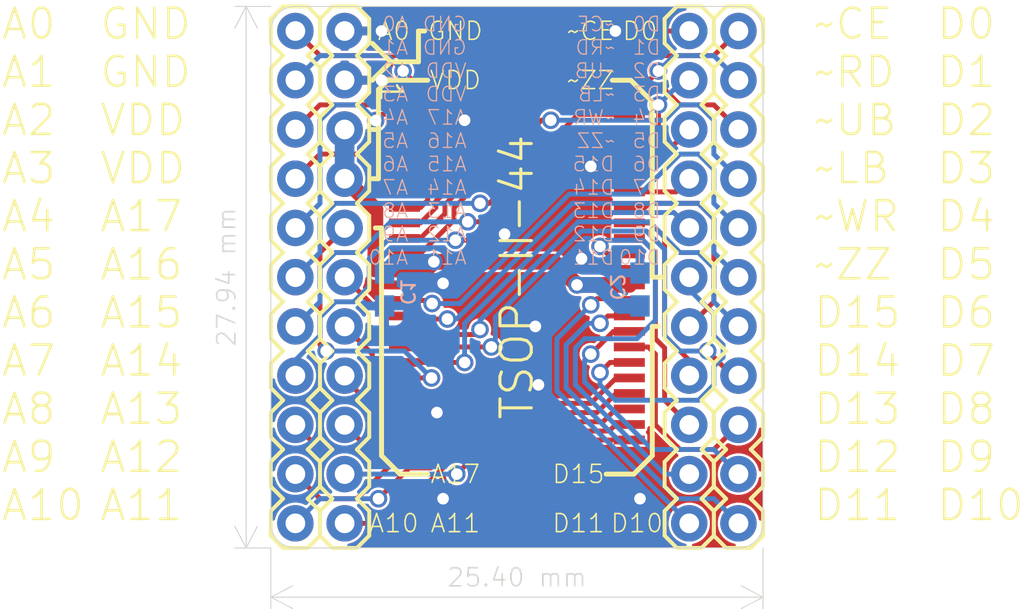
<source format=kicad_pcb>
(kicad_pcb (version 20241229) (generator "pcbnew") (generator_version "9.0")
  (layers (0 "F.Cu" signal) (2 "B.Cu" signal) (13 "F.Paste" user) (15 "B.Paste" user) (5 "F.SilkS" user "F.Silkscreen") (7 "B.SilkS" user "B.Silkscreen") (1 "F.Mask" user) (3 "B.Mask" user) (25 "Edge.Cuts" user))
  (net 0 "")
  (net 1 "GND")
  (net 2 "VDD")
  (net 3 "~{CE}")
  (net 4 "~{UB}")
  (net 5 "~{LB}")
  (net 6 "~{RD}")
  (net 7 "~{WR}")
  (net 8 "~{ZZ}")
  (net 9 "A0")
  (net 10 "A1")
  (net 11 "A2")
  (net 12 "A3")
  (net 13 "A4")
  (net 14 "A5")
  (net 15 "A6")
  (net 16 "A7")
  (net 17 "A8")
  (net 18 "A9")
  (net 19 "A10")
  (net 20 "A11")
  (net 21 "A12")
  (net 22 "A13")
  (net 23 "A14")
  (net 24 "A15")
  (net 25 "A16")
  (net 26 "A17")
  (net 27 "D0")
  (net 28 "D1")
  (net 29 "D2")
  (net 30 "D3")
  (net 31 "D4")
  (net 32 "D5")
  (net 33 "D6")
  (net 34 "D7")
  (net 35 "D8")
  (net 36 "D9")
  (net 37 "D10")
  (net 38 "D11")
  (net 39 "D12")
  (net 40 "D13")
  (net 41 "D14")
  (net 42 "D15")
  (footprint "TSOP-II-44_v3_E6.6:1X11" (layer "F.Cu") (at 137.0711 92.3036 -90)
    (property "Reference" "LEFT_OUTER0" (hide yes))
    (property "Value" "")
    (pad "1" thru_hole circle (at 0 0) (size 1.8796 1.8796) (drill 1.016) (layers "*.Cu" "*.Mask") (net 9 "A0"))
    (pad "2" thru_hole circle (at 2.54 0) (size 1.8796 1.8796) (drill 1.016) (layers "*.Cu" "*.Mask") (net 10 "A1"))
    (pad "3" thru_hole circle (at 5.08 0) (size 1.8796 1.8796) (drill 1.016) (layers "*.Cu" "*.Mask") (net 11 "A2"))
    (pad "4" thru_hole circle (at 7.62 0) (size 1.8796 1.8796) (drill 1.016) (layers "*.Cu" "*.Mask") (net 12 "A3"))
    (pad "5" thru_hole circle (at 10.16 0) (size 1.8796 1.8796) (drill 1.016) (layers "*.Cu" "*.Mask") (net 13 "A4"))
    (pad "6" thru_hole circle (at 12.7 0) (size 1.8796 1.8796) (drill 1.016) (layers "*.Cu" "*.Mask") (net 14 "A5"))
    (pad "7" thru_hole circle (at 15.24 0) (size 1.8796 1.8796) (drill 1.016) (layers "*.Cu" "*.Mask") (net 15 "A6"))
    (pad "8" thru_hole circle (at 17.78 0) (size 1.8796 1.8796) (drill 1.016) (layers "*.Cu" "*.Mask") (net 16 "A7"))
    (pad "9" thru_hole circle (at 20.32 0) (size 1.8796 1.8796) (drill 1.016) (layers "*.Cu" "*.Mask") (net 17 "A8"))
    (pad "10" thru_hole circle (at 22.86 0) (size 1.8796 1.8796) (drill 1.016) (layers "*.Cu" "*.Mask") (net 18 "A9"))
    (pad "11" thru_hole circle (at 25.4 0) (size 1.8796 1.8796) (drill 1.016) (layers "*.Cu" "*.Mask") (net 19 "A10"))
  )
  (footprint "TSOP-II-44_v3_E6.6:1X11" (layer "F.Cu") (at 159.9311 117.7036 90)
    (property "Reference" "RIGHT_OUTER0" (hide yes))
    (property "Value" "")
    (pad "1" thru_hole circle (at 0 0 180) (size 1.8796 1.8796) (drill 1.016) (layers "*.Cu" "*.Mask") (net 37 "D10"))
    (pad "2" thru_hole circle (at 2.54 0 180) (size 1.8796 1.8796) (drill 1.016) (layers "*.Cu" "*.Mask") (net 36 "D9"))
    (pad "3" thru_hole circle (at 5.08 0 180) (size 1.8796 1.8796) (drill 1.016) (layers "*.Cu" "*.Mask") (net 35 "D8"))
    (pad "4" thru_hole circle (at 7.62 0 180) (size 1.8796 1.8796) (drill 1.016) (layers "*.Cu" "*.Mask") (net 34 "D7"))
    (pad "5" thru_hole circle (at 10.16 0 180) (size 1.8796 1.8796) (drill 1.016) (layers "*.Cu" "*.Mask") (net 33 "D6"))
    (pad "6" thru_hole circle (at 12.7 0 180) (size 1.8796 1.8796) (drill 1.016) (layers "*.Cu" "*.Mask") (net 32 "D5"))
    (pad "7" thru_hole circle (at 15.24 0 180) (size 1.8796 1.8796) (drill 1.016) (layers "*.Cu" "*.Mask") (net 31 "D4"))
    (pad "8" thru_hole circle (at 17.78 0 180) (size 1.8796 1.8796) (drill 1.016) (layers "*.Cu" "*.Mask") (net 30 "D3"))
    (pad "9" thru_hole circle (at 20.32 0 180) (size 1.8796 1.8796) (drill 1.016) (layers "*.Cu" "*.Mask") (net 29 "D2"))
    (pad "10" thru_hole circle (at 22.86 0 180) (size 1.8796 1.8796) (drill 1.016) (layers "*.Cu" "*.Mask") (net 28 "D1"))
    (pad "11" thru_hole circle (at 25.4 0 180) (size 1.8796 1.8796) (drill 1.016) (layers "*.Cu" "*.Mask") (net 27 "D0"))
  )
  (footprint "TSOP-II-44_v3_E6.6:TSOPII-44" (layer "F.Cu") (at 148.5011 105.0036 -90)
    (property "Reference" "TSOP-II-44" (at 0 0 90) (layer "F.SilkS") (effects (font (size 1.61798 1.61798) (thickness 0.16002))))
    (property "Value" "")
    (fp_text user "1" (at -10.2013 7.15 270) (layer "F.SilkS") (effects (font (size 1.143 1.143) (thickness 0.127)) (justify left bottom)))
    (pad "1" smd rect (at -8.4 5.8 270) (size 0.45 1.6) (layers "F.Cu" "F.Mask" "F.Paste") (net 13 "A4"))
    (pad "2" smd rect (at -7.6 5.8 270) (size 0.45 1.6) (layers "F.Cu" "F.Mask" "F.Paste") (net 12 "A3"))
    (pad "3" smd rect (at -6.8 5.8 270) (size 0.45 1.6) (layers "F.Cu" "F.Mask" "F.Paste") (net 11 "A2"))
    (pad "4" smd rect (at -6 5.8 270) (size 0.45 1.6) (layers "F.Cu" "F.Mask" "F.Paste") (net 10 "A1"))
    (pad "5" smd rect (at -5.2 5.8 270) (size 0.45 1.6) (layers "F.Cu" "F.Mask" "F.Paste") (net 9 "A0"))
    (pad "6" smd rect (at -4.4 5.8 270) (size 0.45 1.6) (layers "F.Cu" "F.Mask" "F.Paste") (net 3 "~{CE}"))
    (pad "7" smd rect (at -3.6 5.8 270) (size 0.45 1.6) (layers "F.Cu" "F.Mask" "F.Paste") (net 27 "D0"))
    (pad "8" smd rect (at -2.8 5.8 270) (size 0.45 1.6) (layers "F.Cu" "F.Mask" "F.Paste") (net 28 "D1"))
    (pad "9" smd rect (at -2 5.8 270) (size 0.45 1.6) (layers "F.Cu" "F.Mask" "F.Paste") (net 29 "D2"))
    (pad "10" smd rect (at -1.2 5.8 270) (size 0.45 1.6) (layers "F.Cu" "F.Mask" "F.Paste") (net 30 "D3"))
    (pad "11" smd rect (at -0.4 5.8 270) (size 0.45 1.6) (layers "F.Cu" "F.Mask" "F.Paste") (net 2 "VDD"))
    (pad "12" smd rect (at 0.4 5.8 270) (size 0.45 1.6) (layers "F.Cu" "F.Mask" "F.Paste") (net 1 "GND"))
    (pad "13" smd rect (at 1.2 5.8 270) (size 0.45 1.6) (layers "F.Cu" "F.Mask" "F.Paste") (net 31 "D4"))
    (pad "14" smd rect (at 2 5.8 270) (size 0.45 1.6) (layers "F.Cu" "F.Mask" "F.Paste") (net 32 "D5"))
    (pad "15" smd rect (at 2.8 5.8 270) (size 0.45 1.6) (layers "F.Cu" "F.Mask" "F.Paste") (net 33 "D6"))
    (pad "16" smd rect (at 3.6 5.8 270) (size 0.45 1.6) (layers "F.Cu" "F.Mask" "F.Paste") (net 34 "D7"))
    (pad "17" smd rect (at 4.4 5.8 90) (size 0.45 1.6) (layers "F.Cu" "F.Mask" "F.Paste") (net 7 "~{WR}"))
    (pad "18" smd rect (at 5.2 5.8 90) (size 0.45 1.6) (layers "F.Cu" "F.Mask" "F.Paste") (net 26 "A17"))
    (pad "19" smd rect (at 6 5.8 90) (size 0.45 1.6) (layers "F.Cu" "F.Mask" "F.Paste") (net 25 "A16"))
    (pad "20" smd rect (at 6.8 5.8 90) (size 0.45 1.6) (layers "F.Cu" "F.Mask" "F.Paste") (net 24 "A15"))
    (pad "21" smd rect (at 7.6 5.8 90) (size 0.45 1.6) (layers "F.Cu" "F.Mask" "F.Paste") (net 23 "A14"))
    (pad "22" smd rect (at 8.4 5.8 90) (size 0.45 1.6) (layers "F.Cu" "F.Mask" "F.Paste") (net 22 "A13"))
    (pad "23" smd rect (at 8.4 -5.8 90) (size 0.45 1.6) (layers "F.Cu" "F.Mask" "F.Paste") (net 21 "A12"))
    (pad "24" smd rect (at 7.6 -5.8 90) (size 0.45 1.6) (layers "F.Cu" "F.Mask" "F.Paste") (net 20 "A11"))
    (pad "25" smd rect (at 6.8 -5.8 90) (size 0.45 1.6) (layers "F.Cu" "F.Mask" "F.Paste") (net 19 "A10"))
    (pad "26" smd rect (at 6 -5.8 90) (size 0.45 1.6) (layers "F.Cu" "F.Mask" "F.Paste") (net 18 "A9"))
    (pad "27" smd rect (at 5.2 -5.8 90) (size 0.45 1.6) (layers "F.Cu" "F.Mask" "F.Paste") (net 17 "A8"))
    (pad "28" smd rect (at 4.4 -5.8 90) (size 0.45 1.6) (layers "F.Cu" "F.Mask" "F.Paste") (net 8 "~{ZZ}"))
    (pad "29" smd rect (at 3.6 -5.8 90) (size 0.45 1.6) (layers "F.Cu" "F.Mask" "F.Paste") (net 35 "D8"))
    (pad "30" smd rect (at 2.8 -5.8 90) (size 0.45 1.6) (layers "F.Cu" "F.Mask" "F.Paste") (net 36 "D9"))
    (pad "31" smd rect (at 2 -5.8 90) (size 0.45 1.6) (layers "F.Cu" "F.Mask" "F.Paste") (net 37 "D10"))
    (pad "32" smd rect (at 1.2 -5.8 90) (size 0.45 1.6) (layers "F.Cu" "F.Mask" "F.Paste") (net 38 "D11"))
    (pad "33" smd rect (at 0.4 -5.8 90) (size 0.45 1.6) (layers "F.Cu" "F.Mask" "F.Paste") (net 2 "VDD"))
    (pad "34" smd rect (at -0.4 -5.8 90) (size 0.45 1.6) (layers "F.Cu" "F.Mask" "F.Paste") (net 1 "GND"))
    (pad "35" smd rect (at -1.2 -5.8 90) (size 0.45 1.6) (layers "F.Cu" "F.Mask" "F.Paste") (net 39 "D12"))
    (pad "36" smd rect (at -2 -5.8 90) (size 0.45 1.6) (layers "F.Cu" "F.Mask" "F.Paste") (net 40 "D13"))
    (pad "37" smd rect (at -2.8 -5.8 90) (size 0.45 1.6) (layers "F.Cu" "F.Mask" "F.Paste") (net 41 "D14"))
    (pad "38" smd rect (at -3.6 -5.8 90) (size 0.45 1.6) (layers "F.Cu" "F.Mask" "F.Paste") (net 42 "D15"))
    (pad "39" smd rect (at -4.4 -5.8 270) (size 0.45 1.6) (layers "F.Cu" "F.Mask" "F.Paste") (net 5 "~{LB}"))
    (pad "40" smd rect (at -5.2 -5.8 270) (size 0.45 1.6) (layers "F.Cu" "F.Mask" "F.Paste") (net 4 "~{UB}"))
    (pad "41" smd rect (at -6 -5.8 270) (size 0.45 1.6) (layers "F.Cu" "F.Mask" "F.Paste") (net 6 "~{RD}"))
    (pad "42" smd rect (at -6.8 -5.8 270) (size 0.45 1.6) (layers "F.Cu" "F.Mask" "F.Paste") (net 16 "A7"))
    (pad "43" smd rect (at -7.6 -5.8 270) (size 0.45 1.6) (layers "F.Cu" "F.Mask" "F.Paste") (net 15 "A6"))
    (pad "44" smd rect (at -8.4 -5.8 270) (size 0.45 1.6) (layers "F.Cu" "F.Mask" "F.Paste") (net 14 "A5"))
  )
  (footprint "TSOP-II-44_v3_E6.6:1X11" (layer "F.Cu") (at 157.3911 117.7036 90)
    (property "Reference" "RIGHT_INNER0" (hide yes))
    (property "Value" "")
    (pad "1" thru_hole circle (at 0 0 180) (size 1.8796 1.8796) (drill 1.016) (layers "*.Cu" "*.Mask") (net 38 "D11"))
    (pad "2" thru_hole circle (at 2.54 0 180) (size 1.8796 1.8796) (drill 1.016) (layers "*.Cu" "*.Mask") (net 39 "D12"))
    (pad "3" thru_hole circle (at 5.08 0 180) (size 1.8796 1.8796) (drill 1.016) (layers "*.Cu" "*.Mask") (net 40 "D13"))
    (pad "4" thru_hole circle (at 7.62 0 180) (size 1.8796 1.8796) (drill 1.016) (layers "*.Cu" "*.Mask") (net 41 "D14"))
    (pad "5" thru_hole circle (at 10.16 0 180) (size 1.8796 1.8796) (drill 1.016) (layers "*.Cu" "*.Mask") (net 42 "D15"))
    (pad "6" thru_hole circle (at 12.7 0 180) (size 1.8796 1.8796) (drill 1.016) (layers "*.Cu" "*.Mask") (net 8 "~{ZZ}"))
    (pad "7" thru_hole circle (at 15.24 0 180) (size 1.8796 1.8796) (drill 1.016) (layers "*.Cu" "*.Mask") (net 7 "~{WR}"))
    (pad "8" thru_hole circle (at 17.78 0 180) (size 1.8796 1.8796) (drill 1.016) (layers "*.Cu" "*.Mask") (net 5 "~{LB}"))
    (pad "9" thru_hole circle (at 20.32 0 180) (size 1.8796 1.8796) (drill 1.016) (layers "*.Cu" "*.Mask") (net 4 "~{UB}"))
    (pad "10" thru_hole circle (at 22.86 0 180) (size 1.8796 1.8796) (drill 1.016) (layers "*.Cu" "*.Mask") (net 6 "~{RD}"))
    (pad "11" thru_hole circle (at 25.4 0 180) (size 1.8796 1.8796) (drill 1.016) (layers "*.Cu" "*.Mask") (net 3 "~{CE}"))
  )
  (footprint "TSOP-II-44_v3_E6.6:1X11" (layer "F.Cu") (at 139.6111 92.3036 -90)
    (property "Reference" "LEFT_INNER0" (hide yes))
    (property "Value" "")
    (pad "1" thru_hole circle (at 0 0) (size 1.8796 1.8796) (drill 1.016) (layers "*.Cu" "*.Mask") (net 1 "GND"))
    (pad "2" thru_hole circle (at 2.54 0) (size 1.8796 1.8796) (drill 1.016) (layers "*.Cu" "*.Mask") (net 1 "GND"))
    (pad "3" thru_hole circle (at 5.08 0) (size 1.8796 1.8796) (drill 1.016) (layers "*.Cu" "*.Mask") (net 2 "VDD"))
    (pad "4" thru_hole circle (at 7.62 0) (size 1.8796 1.8796) (drill 1.016) (layers "*.Cu" "*.Mask") (net 2 "VDD"))
    (pad "5" thru_hole circle (at 10.16 0) (size 1.8796 1.8796) (drill 1.016) (layers "*.Cu" "*.Mask") (net 26 "A17"))
    (pad "6" thru_hole circle (at 12.7 0) (size 1.8796 1.8796) (drill 1.016) (layers "*.Cu" "*.Mask") (net 25 "A16"))
    (pad "7" thru_hole circle (at 15.24 0) (size 1.8796 1.8796) (drill 1.016) (layers "*.Cu" "*.Mask") (net 24 "A15"))
    (pad "8" thru_hole circle (at 17.78 0) (size 1.8796 1.8796) (drill 1.016) (layers "*.Cu" "*.Mask") (net 23 "A14"))
    (pad "9" thru_hole circle (at 20.32 0) (size 1.8796 1.8796) (drill 1.016) (layers "*.Cu" "*.Mask") (net 22 "A13"))
    (pad "10" thru_hole circle (at 22.86 0) (size 1.8796 1.8796) (drill 1.016) (layers "*.Cu" "*.Mask") (net 21 "A12"))
    (pad "11" thru_hole circle (at 25.4 0) (size 1.8796 1.8796) (drill 1.016) (layers "*.Cu" "*.Mask") (net 20 "A11"))
  )
  (footprint "TSOP-II-44_v3_E6.6:C603" (layer "B.Cu") (at 154.8511 105.6386 90)
    (property "Reference" "C2" (at -0.635 -1.5875 -90) (layer "B.SilkS") (effects (font (size 0.6985 0.6985) (thickness 0.1143)) (justify left bottom mirror)))
    (property "Value" "")
    (pad "1" smd rect (at -0.85 0 90) (size 1.1 1) (layers "B.Cu" "B.Mask" "B.Paste") (net 2 "VDD"))
    (pad "2" smd rect (at 0.85 0 90) (size 1.1 1) (layers "B.Cu" "B.Mask" "B.Paste") (net 1 "GND"))
  )
  (footprint "TSOP-II-44_v3_E6.6:C603" (layer "B.Cu") (at 141.67485 105.6386 -90)
    (property "Reference" "C1" (at -0.635 -1.5875 -90) (layer "B.SilkS") (effects (font (size 0.6985 0.6985) (thickness 0.1143)) (justify right top mirror)))
    (property "Value" "")
    (pad "1" smd rect (at -0.85 0 270) (size 1.1 1) (layers "B.Cu" "B.Mask" "B.Paste") (net 2 "VDD"))
    (pad "2" smd rect (at 0.85 0 270) (size 1.1 1) (layers "B.Cu" "B.Mask" "B.Paste") (net 1 "GND"))
  )
  (gr_line (start 155.4861 114.2111) (end 155.4861 107.5436) (stroke (width 0.254)) (layer "F.SilkS"))
  (gr_line (start 141.5161 114.2111) (end 141.5161 102.4636) (stroke (width 0.254)) (layer "F.SilkS"))
  (gr_line (start 154.5336 115.1636) (end 155.4861 114.2111) (stroke (width 0.254)) (layer "F.SilkS"))
  (gr_line (start 155.96235 105.0036) (end 155.4861 105.0036) (stroke (width 0.254)) (layer "F.SilkS"))
  (gr_line (start 141.03985 94.8436) (end 141.99235 93.8911) (stroke (width 0.254)) (layer "F.SilkS"))
  (gr_line (start 141.35735 97.3836) (end 141.35735 95.31985) (stroke (width 0.254)) (layer "F.SilkS"))
  (gr_line (start 141.03985 92.9386) (end 141.99235 93.8911) (stroke (width 0.254)) (layer "F.SilkS"))
  (gr_line (start 141.5161 102.4636) (end 141.1986 102.4636) (stroke (width 0.254)) (layer "F.SilkS"))
  (gr_line (start 155.4861 95.95485) (end 154.37485 94.8436) (stroke (width 0.254)) (layer "F.SilkS"))
  (gr_line (start 143.89735 115.1636) (end 142.4686 115.1636) (stroke (width 0.254)) (layer "F.SilkS"))
  (gr_line (start 155.4861 107.5436) (end 155.8036 107.5436) (stroke (width 0.254)) (layer "F.SilkS"))
  (gr_line (start 141.03985 99.9236) (end 141.35735 99.9236) (stroke (width 0.254)) (layer "F.SilkS"))
  (gr_line (start 141.03985 97.3836) (end 141.35735 97.3836) (stroke (width 0.254)) (layer "F.SilkS"))
  (gr_line (start 155.4861 105.0036) (end 155.4861 95.95485) (stroke (width 0.254)) (layer "F.SilkS"))
  (gr_line (start 141.99235 93.8911) (end 143.4211 93.8911) (stroke (width 0.254)) (layer "F.SilkS"))
  (gr_line (start 141.35735 95.31985) (end 141.8336 94.8436) (stroke (width 0.254)) (layer "F.SilkS"))
  (gr_line (start 141.8336 94.8436) (end 143.89735 94.8436) (stroke (width 0.254)) (layer "F.SilkS"))
  (gr_line (start 154.37485 94.8436) (end 153.42235 94.8436) (stroke (width 0.254)) (layer "F.SilkS"))
  (gr_line (start 143.4211 93.8911) (end 143.4211 92.3036) (stroke (width 0.254)) (layer "F.SilkS"))
  (gr_line (start 141.35735 99.9236) (end 141.35735 97.3836) (stroke (width 0.254)) (layer "F.SilkS"))
  (gr_line (start 153.10485 115.1636) (end 154.5336 115.1636) (stroke (width 0.254)) (layer "F.SilkS"))
  (gr_line (start 142.4686 115.1636) (end 141.5161 114.2111) (stroke (width 0.254)) (layer "F.SilkS"))
  (gr_line (start 143.4211 92.3036) (end 143.7386 92.3036) (stroke (width 0.254)) (layer "F.SilkS"))
  (gr_arc (start 135.8011 92.3036) (mid 136.173074 91.405574) (end 137.0711 91.0336) (stroke (width 0.05)) (layer "Edge.Cuts"))
  (gr_line (start 161.2011 117.7036) (end 161.2011 92.3036) (stroke (width 0.05)) (layer "Edge.Cuts"))
  (gr_line (start 159.9311 91.0336) (end 137.0711 91.0336) (stroke (width 0.05)) (layer "Edge.Cuts"))
  (gr_arc (start 137.0711 118.9736) (mid 136.173074 118.601626) (end 135.8011 117.7036) (stroke (width 0.05)) (layer "Edge.Cuts"))
  (gr_arc (start 159.9311 91.0336) (mid 160.829126 91.405574) (end 161.2011 92.3036) (stroke (width 0.05)) (layer "Edge.Cuts"))
  (gr_arc (start 161.2011 117.7036) (mid 160.829126 118.601626) (end 159.9311 118.9736) (stroke (width 0.05)) (layer "Edge.Cuts"))
  (gr_line (start 135.8011 92.3036) (end 135.8011 117.7036) (stroke (width 0.05)) (layer "Edge.Cuts"))
  (gr_line (start 137.0711 118.9736) (end 159.9311 118.9736) (stroke (width 0.05)) (layer "Edge.Cuts"))
  (gr_text "A10" (at 142.1511 117.7036 0) (layer "F.SilkS") (effects (font (size 0.93472 0.93472) (thickness 0.08128))))
  (gr_text "~CE" (at 152.3111 92.3036 0) (layer "F.SilkS") (effects (font (size 0.93472 0.93472) (thickness 0.08128))))
  (gr_text "VDD" (at 145.3261 94.8436 0) (layer "F.SilkS") (effects (font (size 0.93472 0.93472) (thickness 0.08128))))
  (gr_text "GND" (at 145.3261 92.3036 0) (layer "F.SilkS") (effects (font (size 0.93472 0.93472) (thickness 0.08128))))
  (gr_text "A11" (at 145.3261 117.7036 0) (layer "F.SilkS") (effects (font (size 0.93472 0.93472) (thickness 0.08128))))
  (gr_text "D11" (at 151.6761 117.7036 0) (layer "F.SilkS") (effects (font (size 0.93472 0.93472) (thickness 0.08128))))
  (gr_text "A0\nA1\nA2\nA3\nA4\nA5\nA6\nA7\nA8\nA9\nA10" (at 121.8311 91.0336 0) (layer "F.SilkS") (effects (font (size 1.542288 1.542288) (thickness 0.134112)) (justify left top)))
  (gr_text "D10" (at 154.69235 117.7036 0) (layer "F.SilkS") (effects (font (size 0.93472 0.93472) (thickness 0.08128))))
  (gr_text "A17" (at 145.3261 115.1636 0) (layer "F.SilkS") (effects (font (size 0.93472 0.93472) (thickness 0.08128))))
  (gr_text "GND\nGND\nVDD\nVDD\nA17\nA16\nA15\nA14\nA13\nA12\nA11" (at 126.9111 91.0336 0) (layer "F.SilkS") (effects (font (size 1.542288 1.542288) (thickness 0.134112)) (justify left top)))
  (gr_text "~CE\n~RD\n~UB\n~LB\n~WR\n~ZZ\nD15\nD14\nD13\nD12\nD11" (at 163.7411 91.0336 0) (layer "F.SilkS") (effects (font (size 1.542288 1.542288) (thickness 0.134112)) (justify left top)))
  (gr_text "D15" (at 151.6761 115.1636 0) (layer "F.SilkS") (effects (font (size 0.93472 0.93472) (thickness 0.08128))))
  (gr_text "D0\nD1\nD2\nD3\nD4\nD5\nD6\nD7\nD8\nD9\nD10" (at 170.0911 91.0336 0) (layer "F.SilkS") (effects (font (size 1.542288 1.542288) (thickness 0.134112)) (justify left top)))
  (gr_text "D0" (at 154.8511 92.3036 0) (layer "F.SilkS") (effects (font (size 0.93472 0.93472) (thickness 0.08128))))
  (gr_text "A0" (at 142.1511 92.3036 0) (layer "F.SilkS") (effects (font (size 0.93472 0.93472) (thickness 0.08128))))
  (gr_text "~ZZ" (at 152.3111 94.8436 0) (layer "F.SilkS") (effects (font (size 0.93472 0.93472) (thickness 0.08128))))
  (gr_text "GND\nGND\nVDD\nVDD\nA17\nA16\nA15\nA14\nA13\nA12\nA11" (at 145.9611 91.50985 -0) (layer "B.SilkS") (effects (font (size 0.747776 0.747776) (thickness 0.065024)) (justify left top mirror)))
  (gr_text "D0\nD1\nD2\nD3\nD4\nD5\nD6\nD7\nD8\nD9\nD10" (at 155.96235 91.50985 -0) (layer "B.SilkS") (effects (font (size 0.747776 0.747776) (thickness 0.065024)) (justify left top mirror)))
  (gr_text "A0\nA1\nA2\nA3\nA4\nA5\nA6\nA7\nA8\nA9\nA10" (at 142.94485 91.50985 -0) (layer "B.SilkS") (effects (font (size 0.747776 0.747776) (thickness 0.065024)) (justify left top mirror)))
  (gr_text "~CE\n~RD\n~UB\n~LB\n~WR\n~ZZ\nD15\nD14\nD13\nD12\nD11" (at 153.5811 91.50985 -0) (layer "B.SilkS") (effects (font (size 0.747776 0.747776) (thickness 0.065024)) (justify left top mirror)))
  (dimension (type aligned) (layer "Edge.Cuts") (pts (xy 135.8011 118.9736) (xy 135.8011 91.0336)) (height -1.27) (format (prefix "") (suffix "") (units 2) (units_format 1) (precision 2)) (style (thickness 0.05) (arrow_length 1.27) (text_position_mode 0) (arrow_direction outward) (extension_height 0.58642) (extension_offset 0) (keep_text_aligned yes)) (gr_text "27.94 mm" (at 133.5151 105.0036 90) (layer "Edge.Cuts") (effects (font (size 0.93472 0.93472) (thickness 0.08128)))))
  (dimension (type aligned) (layer "Edge.Cuts") (pts (xy 135.8011 118.9736) (xy 161.2011 118.9736)) (height 2.54) (format (prefix "") (suffix "") (units 2) (units_format 1) (precision 2)) (style (thickness 0.05) (arrow_length 1.27) (text_position_mode 0) (arrow_direction outward) (extension_height 0.58642) (extension_offset 0) (keep_text_aligned yes)) (gr_text "25.40 mm" (at 148.5011 120.4976 0) (layer "Edge.Cuts") (effects (font (size 0.93472 0.93472) (thickness 0.08128)))))
  (via (at 144.6911 116.4336) (size 0.9048) (drill 0.6) (layers "F.Cu" "B.Cu") (net 1))
  (via (at 154.8511 116.4336) (size 0.9048) (drill 0.6) (layers "F.Cu" "B.Cu") (net 1))
  (via (at 141.5161 94.8436) (size 0.9048) (drill 0.6) (layers "F.Cu" "B.Cu") (net 1))
  (via (at 149.61235 110.55985) (size 0.9048) (drill 0.6) (layers "F.Cu" "B.Cu") (net 1))
  (via (at 145.80235 96.90735) (size 0.9048) (drill 0.6) (layers "F.Cu" "B.Cu") (net 1))
  (via (at 141.5161 92.3036) (size 0.9048) (drill 0.6) (layers "F.Cu" "B.Cu") (net 1))
  (via (at 144.3736 111.9886) (size 0.9048) (drill 0.6) (layers "F.Cu" "B.Cu") (net 1))
  (via (at 144.6911 105.3211) (size 0.9048) (drill 0.6) (layers "F.Cu" "B.Cu") (net 1))
  (via (at 149.4536 107.5436) (size 0.9048) (drill 0.6) (layers "F.Cu" "B.Cu") (net 1))
  (via (at 153.5811 92.3036) (size 0.9048) (drill 0.6) (layers "F.Cu" "B.Cu") (net 1))
  (via (at 147.8661 102.7811) (size 0.9048) (drill 0.6) (layers "F.Cu" "B.Cu") (net 1))
  (via (at 151.83485 104.0511) (size 0.9048) (drill 0.6) (layers "F.Cu" "B.Cu") (net 1))
  (via (at 152.3111 99.2886) (size 0.9048) (drill 0.6) (layers "F.Cu" "B.Cu") (net 1))
  (segment (start 154.3011 105.4036) (end 151.59985 105.4036) (width 0.8128) (layer "F.Cu") (net 2))
  (segment (start 142.7011 104.6036) (end 143.8211 104.6036) (width 0.8128) (layer "F.Cu") (net 2))
  (segment (start 141.1986 101.5111) (end 139.6111 99.9236) (width 0.8128) (layer "F.Cu") (net 2))
  (segment (start 141.1986 104.6036) (end 142.7011 104.6036) (width 0.8128) (layer "F.Cu") (net 2))
  (segment (start 143.8211 104.6036) (end 144.21485 104.20985) (width 0.8128) (layer "F.Cu") (net 2))
  (segment (start 141.1986 104.6036) (end 141.1986 101.5111) (width 0.8128) (layer "F.Cu") (net 2))
  (segment (start 144.21485 104.20985) (end 150.4061 104.20985) (width 0.8128) (layer "F.Cu") (net 2))
  (segment (start 150.4061 104.20985) (end 151.59985 105.4036) (width 0.8128) (layer "F.Cu") (net 2))
  (via (at 144.21485 104.20985) (size 0.9048) (drill 0.6) (layers "F.Cu" "B.Cu") (net 2))
  (via (at 151.59985 105.4036) (size 0.9048) (drill 0.6) (layers "F.Cu" "B.Cu") (net 2))
  (segment (start 153.7961 106.4886) (end 152.7111 105.4036) (width 0.8128) (layer "B.Cu") (net 2))
  (segment (start 141.67485 104.7886) (end 142.2536 104.20985) (width 0.8128) (layer "B.Cu") (net 2))
  (segment (start 139.6111 97.3836) (end 139.6111 99.9236) (width 1.016) (layer "B.Cu") (net 2))
  (segment (start 152.7111 105.4036) (end 151.59985 105.4036) (width 0.8128) (layer "B.Cu") (net 2))
  (segment (start 142.2536 104.20985) (end 144.21485 104.20985) (width 0.8128) (layer "B.Cu") (net 2))
  (segment (start 154.8511 106.4886) (end 153.7961 106.4886) (width 0.8128) (layer "B.Cu") (net 2))
  (segment (start 154.5336 93.8911) (end 156.1211 92.3036) (width 0.254) (layer "F.Cu") (net 3))
  (segment (start 156.1211 92.3036) (end 157.3911 92.3036) (width 0.254) (layer "F.Cu") (net 3))
  (segment (start 142.7011 100.6036) (end 143.53485 100.6036) (width 0.254) (layer "F.Cu") (net 3))
  (segment (start 143.53485 100.6036) (end 150.24735 93.8911) (width 0.254) (layer "F.Cu") (net 3))
  (segment (start 150.24735 93.8911) (end 154.5336 93.8911) (width 0.254) (layer "F.Cu") (net 3))
  (segment (start 154.9711 99.8036) (end 157.3911 97.3836) (width 0.254) (layer "F.Cu") (net 4))
  (segment (start 154.3011 99.8036) (end 154.9711 99.8036) (width 0.254) (layer "F.Cu") (net 4))
  (segment (start 154.3011 100.6036) (end 156.7111 100.6036) (width 0.254) (layer "F.Cu") (net 5))
  (segment (start 156.7111 100.6036) (end 157.3911 99.9236) (width 0.254) (layer "F.Cu") (net 5))
  (segment (start 154.3011 99.0036) (end 155.1361 99.0036) (width 0.254) (layer "F.Cu") (net 6))
  (segment (start 155.8036 98.3361) (end 155.8036 96.1136) (width 0.254) (layer "F.Cu") (net 6))
  (segment (start 155.1361 99.0036) (end 155.8036 98.3361) (width 0.254) (layer "F.Cu") (net 6))
  (via (at 155.8036 96.1136) (size 0.9048) (drill 0.6) (layers "F.Cu" "B.Cu") (net 6))
  (segment (start 157.0736 94.8436) (end 157.3911 94.8436) (width 0.254) (layer "B.Cu") (net 6))
  (segment (start 155.8036 96.1136) (end 157.0736 94.8436) (width 0.254) (layer "B.Cu") (net 6))
  (segment (start 145.80235 109.4036) (end 142.7011 109.4036) (width 0.254) (layer "F.Cu") (net 7))
  (via (at 145.80235 109.4036) (size 0.9048) (drill 0.6) (layers "F.Cu" "B.Cu") (net 7))
  (segment (start 151.51735 101.66985) (end 145.80235 107.38485) (width 0.254) (layer "B.Cu") (net 7))
  (segment (start 145.80235 107.38485) (end 145.80235 109.4036) (width 0.254) (layer "B.Cu") (net 7))
  (segment (start 156.59735 101.66985) (end 157.3911 102.4636) (width 0.254) (layer "B.Cu") (net 7))
  (segment (start 151.51735 101.66985) (end 156.59735 101.66985) (width 0.254) (layer "B.Cu") (net 7))
  (segment (start 153.3086 109.4036) (end 152.78735 109.92485) (width 0.254) (layer "F.Cu") (net 8))
  (segment (start 154.3011 109.4036) (end 153.3086 109.4036) (width 0.254) (layer "F.Cu") (net 8))
  (via (at 152.78735 109.92485) (size 0.9048) (drill 0.6) (layers "F.Cu" "B.Cu") (net 8))
  (segment (start 153.5811 111.3536) (end 152.78735 110.55985) (width 0.254) (layer "B.Cu") (net 8))
  (segment (start 157.86735 111.3536) (end 153.5811 111.3536) (width 0.254) (layer "B.Cu") (net 8))
  (segment (start 158.6611 109.60735) (end 158.6611 110.55985) (width 0.254) (layer "B.Cu") (net 8))
  (segment (start 158.6611 110.55985) (end 157.86735 111.3536) (width 0.254) (layer "B.Cu") (net 8))
  (segment (start 157.3911 105.0036) (end 157.3911 105.6386) (width 0.254) (layer "B.Cu") (net 8))
  (segment (start 152.78735 110.55985) (end 152.78735 109.92485) (width 0.254) (layer "B.Cu") (net 8))
  (segment (start 159.13735 109.1311) (end 158.6611 109.60735) (width 0.254) (layer "B.Cu") (net 8))
  (segment (start 157.3911 105.6386) (end 158.6611 106.9086) (width 0.254) (layer "B.Cu") (net 8))
  (segment (start 159.13735 108.4961) (end 159.13735 109.1311) (width 0.254) (layer "B.Cu") (net 8))
  (segment (start 158.6611 108.01985) (end 159.13735 108.4961) (width 0.254) (layer "B.Cu") (net 8))
  (segment (start 158.6611 106.9086) (end 158.6611 108.01985) (width 0.254) (layer "B.Cu") (net 8))
  (segment (start 138.3411 93.5736) (end 137.0711 92.3036) (width 0.254) (layer "F.Cu") (net 9))
  (segment (start 142.94485 93.5736) (end 138.3411 93.5736) (width 0.254) (layer "F.Cu") (net 9))
  (segment (start 143.5411 99.8036) (end 144.84985 98.49485) (width 0.254) (layer "F.Cu") (net 9))
  (segment (start 142.94485 93.5736) (end 144.84985 95.4786) (width 0.254) (layer "F.Cu") (net 9))
  (segment (start 142.7011 99.8036) (end 143.5411 99.8036) (width 0.254) (layer "F.Cu") (net 9))
  (segment (start 144.84985 95.4786) (end 144.84985 98.49485) (width 0.254) (layer "F.Cu") (net 9))
  (segment (start 142.7011 99.0036) (end 143.7061 99.0036) (width 0.254) (layer "F.Cu") (net 10))
  (segment (start 144.3736 96.1136) (end 142.62735 94.36735) (width 0.254) (layer "F.Cu") (net 10))
  (segment (start 144.3736 98.3361) (end 144.3736 96.1136) (width 0.254) (layer "F.Cu") (net 10))
  (segment (start 143.7061 99.0036) (end 144.3736 98.3361) (width 0.254) (layer "F.Cu") (net 10))
  (via (at 142.62735 94.36735) (size 0.9048) (drill 0.6) (layers "F.Cu" "B.Cu") (net 10))
  (segment (start 142.62735 94.36735) (end 141.8336 93.5736) (width 0.254) (layer "B.Cu") (net 10))
  (segment (start 141.8336 93.5736) (end 138.3411 93.5736) (width 0.254) (layer "B.Cu") (net 10))
  (segment (start 138.3411 93.5736) (end 137.0711 94.8436) (width 0.254) (layer "B.Cu") (net 10))
  (segment (start 143.7386 96.1136) (end 143.89735 96.27235) (width 0.254) (layer "F.Cu") (net 11))
  (segment (start 143.71235 98.2036) (end 143.89735 98.0186) (width 0.254) (layer "F.Cu") (net 11))
  (segment (start 137.0711 97.3836) (end 138.3411 96.1136) (width 0.254) (layer "F.Cu") (net 11))
  (segment (start 142.7011 98.2036) (end 143.71235 98.2036) (width 0.254) (layer "F.Cu") (net 11))
  (segment (start 143.89735 98.0186) (end 143.89735 96.27235) (width 0.254) (layer "F.Cu") (net 11))
  (segment (start 138.3411 96.1136) (end 143.7386 96.1136) (width 0.254) (layer "F.Cu") (net 11))
  (segment (start 142.7011 97.4036) (end 141.97235 97.4036) (width 0.254) (layer "F.Cu") (net 12))
  (segment (start 138.3411 98.6536) (end 140.72235 98.6536) (width 0.254) (layer "F.Cu") (net 12))
  (segment (start 137.0711 99.9236) (end 138.3411 98.6536) (width 0.254) (layer "F.Cu") (net 12))
  (segment (start 141.97235 97.4036) (end 140.72235 98.6536) (width 0.254) (layer "F.Cu") (net 12))
  (segment (start 141.52985 96.6036) (end 141.21235 96.9211) (width 0.254) (layer "F.Cu") (net 13))
  (segment (start 142.7011 96.6036) (end 141.52985 96.6036) (width 0.254) (layer "F.Cu") (net 13))
  (via (at 141.21235 96.9211) (size 0.9048) (drill 0.6) (layers "F.Cu" "B.Cu") (net 13))
  (segment (start 139.13485 96.1136) (end 140.40485 96.1136) (width 0.254) (layer "B.Cu") (net 13))
  (segment (start 137.0711 102.4636) (end 138.3411 101.1936) (width 0.254) (layer "B.Cu") (net 13))
  (segment (start 138.3411 96.90735) (end 139.13485 96.1136) (width 0.254) (layer "B.Cu") (net 13))
  (segment (start 138.3411 101.1936) (end 138.3411 96.90735) (width 0.254) (layer "B.Cu") (net 13))
  (segment (start 140.40485 96.1136) (end 141.21235 96.9211) (width 0.254) (layer "B.Cu") (net 13))
  (segment (start 151.66235 96.6036) (end 154.3011 96.6036) (width 0.254) (layer "F.Cu") (net 14))
  (segment (start 147.07235 101.1936) (end 146.5961 101.1936) (width 0.254) (layer "F.Cu") (net 14))
  (segment (start 151.66235 96.6036) (end 147.07235 101.1936) (width 0.254) (layer "F.Cu") (net 14))
  (via (at 146.5961 101.1936) (size 0.9048) (drill 0.6) (layers "F.Cu" "B.Cu") (net 14))
  (segment (start 138.3411 103.7336) (end 138.3411 101.98735) (width 0.254) (layer "B.Cu") (net 14))
  (segment (start 138.3411 101.98735) (end 139.13485 101.1936) (width 0.254) (layer "B.Cu") (net 14))
  (segment (start 137.0711 105.0036) (end 138.3411 103.7336) (width 0.254) (layer "B.Cu") (net 14))
  (segment (start 139.13485 101.1936) (end 146.5961 101.1936) (width 0.254) (layer "B.Cu") (net 14))
  (segment (start 146.75485 102.1461) (end 145.9611 102.1461) (width 0.254) (layer "F.Cu") (net 15))
  (segment (start 151.49735 97.4036) (end 154.3011 97.4036) (width 0.254) (layer "F.Cu") (net 15))
  (segment (start 151.49735 97.4036) (end 146.75485 102.1461) (width 0.254) (layer "F.Cu") (net 15))
  (via (at 145.9611 102.1461) (size 0.9048) (drill 0.6) (layers "F.Cu" "B.Cu") (net 15))
  (segment (start 141.99235 102.1461) (end 145.9611 102.1461) (width 0.254) (layer "B.Cu") (net 15))
  (segment (start 140.40485 103.7336) (end 141.99235 102.1461) (width 0.254) (layer "B.Cu") (net 15))
  (segment (start 138.3411 106.2736) (end 138.3411 104.52735) (width 0.254) (layer "B.Cu") (net 15))
  (segment (start 138.3411 104.52735) (end 139.13485 103.7336) (width 0.254) (layer "B.Cu") (net 15))
  (segment (start 137.0711 107.5436) (end 138.3411 106.2736) (width 0.254) (layer "B.Cu") (net 15))
  (segment (start 139.13485 103.7336) (end 140.40485 103.7336) (width 0.254) (layer "B.Cu") (net 15))
  (segment (start 146.43735 103.0986) (end 145.3261 103.0986) (width 0.254) (layer "F.Cu") (net 16))
  (segment (start 151.33235 98.2036) (end 154.3011 98.2036) (width 0.254) (layer "F.Cu") (net 16))
  (segment (start 151.33235 98.2036) (end 146.43735 103.0986) (width 0.254) (layer "F.Cu") (net 16))
  (via (at 145.3261 103.0986) (size 0.9048) (drill 0.6) (layers "F.Cu" "B.Cu") (net 16))
  (segment (start 138.3411 108.01985) (end 137.0711 109.28985) (width 0.254) (layer "B.Cu") (net 16))
  (segment (start 140.8811 104.0511) (end 141.8336 103.0986) (width 0.254) (layer "B.Cu") (net 16))
  (segment (start 139.13485 106.2736) (end 140.08735 106.2736) (width 0.254) (layer "B.Cu") (net 16))
  (segment (start 141.8336 103.0986) (end 145.3261 103.0986) (width 0.254) (layer "B.Cu") (net 16))
  (segment (start 137.0711 109.28985) (end 137.0711 110.0836) (width 0.254) (layer "B.Cu") (net 16))
  (segment (start 140.8811 105.47985) (end 140.8811 104.0511) (width 0.254) (layer "B.Cu") (net 16))
  (segment (start 138.3411 107.06735) (end 138.3411 108.01985) (width 0.254) (layer "B.Cu") (net 16))
  (segment (start 140.08735 106.2736) (end 140.8811 105.47985) (width 0.254) (layer "B.Cu") (net 16))
  (segment (start 138.3411 107.06735) (end 139.13485 106.2736) (width 0.254) (layer "B.Cu") (net 16))
  (segment (start 154.3011 110.2036) (end 153.61985 110.2036) (width 0.254) (layer "F.Cu") (net 17))
  (segment (start 146.11985 111.51235) (end 143.7386 113.8936) (width 0.254) (layer "F.Cu") (net 17))
  (segment (start 153.61985 110.2036) (end 152.3111 111.51235) (width 0.254) (layer "F.Cu") (net 17))
  (segment (start 152.3111 111.51235) (end 146.11985 111.51235) (width 0.254) (layer "F.Cu") (net 17))
  (segment (start 143.7386 113.8936) (end 138.3411 113.8936) (width 0.254) (layer "F.Cu") (net 17))
  (segment (start 138.3411 113.8936) (end 137.0711 112.6236) (width 0.254) (layer "F.Cu") (net 17))
  (segment (start 138.3411 116.4336) (end 137.0711 115.1636) (width 0.254) (layer "F.Cu") (net 18))
  (segment (start 146.2786 111.9886) (end 143.89735 114.36985) (width 0.254) (layer "F.Cu") (net 18))
  (segment (start 140.2461 116.4336) (end 138.3411 116.4336) (width 0.254) (layer "F.Cu") (net 18))
  (segment (start 142.30985 114.36985) (end 140.2461 116.4336) (width 0.254) (layer "F.Cu") (net 18))
  (segment (start 154.3011 111.0036) (end 153.6136 111.0036) (width 0.254) (layer "F.Cu") (net 18))
  (segment (start 143.89735 114.36985) (end 142.30985 114.36985) (width 0.254) (layer "F.Cu") (net 18))
  (segment (start 153.6136 111.0036) (end 152.6286 111.9886) (width 0.254) (layer "F.Cu") (net 18))
  (segment (start 152.6286 111.9886) (end 146.2786 111.9886) (width 0.254) (layer "F.Cu") (net 18))
  (segment (start 144.0561 114.8461) (end 142.94485 114.8461) (width 0.254) (layer "F.Cu") (net 19))
  (segment (start 152.9461 112.46485) (end 146.43735 112.46485) (width 0.254) (layer "F.Cu") (net 19))
  (segment (start 154.3011 111.8036) (end 153.60735 111.8036) (width 0.254) (layer "F.Cu") (net 19))
  (segment (start 142.94485 114.8461) (end 141.35735 116.4336) (width 0.254) (layer "F.Cu") (net 19))
  (segment (start 153.60735 111.8036) (end 152.9461 112.46485) (width 0.254) (layer "F.Cu") (net 19))
  (segment (start 146.43735 112.46485) (end 144.0561 114.8461) (width 0.254) (layer "F.Cu") (net 19))
  (via (at 141.35735 116.4336) (size 0.9048) (drill 0.6) (layers "F.Cu" "B.Cu") (net 19))
  (segment (start 141.35735 116.4336) (end 138.3411 116.4336) (width 0.254) (layer "B.Cu") (net 19))
  (segment (start 138.3411 116.4336) (end 137.0711 117.7036) (width 0.254) (layer "B.Cu") (net 19))
  (segment (start 154.3011 112.6036) (end 153.6011 112.6036) (width 0.254) (layer "F.Cu") (net 20))
  (segment (start 139.6111 117.7036) (end 141.8336 117.7036) (width 0.254) (layer "F.Cu") (net 20))
  (segment (start 141.8336 117.7036) (end 146.5961 112.9411) (width 0.254) (layer "F.Cu") (net 20))
  (segment (start 146.5961 112.9411) (end 153.2636 112.9411) (width 0.254) (layer "F.Cu") (net 20))
  (segment (start 154.2811 112.6236) (end 154.3011 112.6036) (width 0.254) (layer "F.Cu") (net 20))
  (segment (start 153.6011 112.6036) (end 153.2636 112.9411) (width 0.254) (layer "F.Cu") (net 20))
  (segment (start 154.3011 113.4036) (end 147.15735 113.4036) (width 0.254) (layer "F.Cu") (net 21))
  (segment (start 147.15735 113.4036) (end 145.39735 115.1636) (width 0.254) (layer "F.Cu") (net 21))
  (via (at 145.39735 115.1636) (size 0.9048) (drill 0.6) (layers "F.Cu" "B.Cu") (net 21))
  (segment (start 145.39735 115.1636) (end 139.6111 115.1636) (width 0.254) (layer "B.Cu") (net 21))
  (segment (start 142.7011 113.4036) (end 140.3911 113.4036) (width 0.254) (layer "F.Cu") (net 22))
  (segment (start 140.3911 113.4036) (end 139.6111 112.6236) (width 0.254) (layer "F.Cu") (net 22))
  (segment (start 142.7011 112.6036) (end 141.97235 112.6036) (width 0.254) (layer "F.Cu") (net 23))
  (segment (start 139.6111 110.24235) (end 139.6111 110.0836) (width 0.254) (layer "F.Cu") (net 23))
  (segment (start 141.97235 112.6036) (end 139.6111 110.24235) (width 0.254) (layer "F.Cu") (net 23))
  (segment (start 141.03985 111.0361) (end 141.03985 108.97235) (width 0.254) (layer "F.Cu") (net 24))
  (segment (start 141.80735 111.8036) (end 141.03985 111.0361) (width 0.254) (layer "F.Cu") (net 24))
  (segment (start 142.7011 111.8036) (end 141.80735 111.8036) (width 0.254) (layer "F.Cu") (net 24))
  (segment (start 141.03985 108.97235) (end 139.6111 107.5436) (width 0.254) (layer "F.Cu") (net 24))
  (segment (start 141.5161 106.9086) (end 139.6111 105.0036) (width 0.254) (layer "F.Cu") (net 25))
  (segment (start 142.7011 111.0036) (end 141.64235 111.0036) (width 0.254) (layer "F.Cu") (net 25))
  (segment (start 141.64235 111.0036) (end 141.5161 110.87735) (width 0.254) (layer "F.Cu") (net 25))
  (segment (start 141.5161 110.87735) (end 141.5161 106.9086) (width 0.254) (layer "F.Cu") (net 25))
  (segment (start 138.3411 108.4961) (end 138.6586 108.8136) (width 0.254) (layer "F.Cu") (net 26))
  (segment (start 142.7011 110.2036) (end 144.09485 110.2036) (width 0.254) (layer "F.Cu") (net 26))
  (segment (start 139.6111 102.4636) (end 138.3411 103.7336) (width 0.254) (layer "F.Cu") (net 26))
  (segment (start 138.3411 103.7336) (end 138.3411 108.4961) (width 0.254) (layer "F.Cu") (net 26))
  (via (at 138.6586 108.8136) (size 0.9048) (drill 0.6) (layers "F.Cu" "B.Cu") (net 26))
  (via (at 144.09485 110.2036) (size 0.9048) (drill 0.6) (layers "F.Cu" "B.Cu") (net 26))
  (segment (start 142.70485 108.8136) (end 144.09485 110.2036) (width 0.254) (layer "B.Cu") (net 26))
  (segment (start 138.6586 108.8136) (end 142.70485 108.8136) (width 0.254) (layer "B.Cu") (net 26))
  (segment (start 154.69235 94.36735) (end 155.4861 93.5736) (width 0.254) (layer "F.Cu") (net 27))
  (segment (start 150.4061 94.36735) (end 154.69235 94.36735) (width 0.254) (layer "F.Cu") (net 27))
  (segment (start 143.89735 100.8761) (end 143.89735 101.03485) (width 0.254) (layer "F.Cu") (net 27))
  (segment (start 159.9311 92.3036) (end 158.6611 93.5736) (width 0.254) (layer "F.Cu") (net 27))
  (segment (start 150.4061 94.36735) (end 143.89735 100.8761) (width 0.254) (layer "F.Cu") (net 27))
  (segment (start 143.5286 101.4036) (end 142.7011 101.4036) (width 0.254) (layer "F.Cu") (net 27))
  (segment (start 143.89735 101.03485) (end 143.5286 101.4036) (width 0.254) (layer "F.Cu") (net 27))
  (segment (start 155.4861 93.5736) (end 158.6611 93.5736) (width 0.254) (layer "F.Cu") (net 27))
  (segment (start 155.32735 94.8436) (end 155.8036 94.36735) (width 0.254) (layer "F.Cu") (net 28))
  (segment (start 144.3161 101.40985) (end 144.3161 101.09235) (width 0.254) (layer "F.Cu") (net 28))
  (segment (start 150.56485 94.8436) (end 144.3161 101.09235) (width 0.254) (layer "F.Cu") (net 28))
  (segment (start 150.56485 94.8436) (end 155.32735 94.8436) (width 0.254) (layer "F.Cu") (net 28))
  (segment (start 143.52235 102.2036) (end 144.3161 101.40985) (width 0.254) (layer "F.Cu") (net 28))
  (segment (start 143.52235 102.2036) (end 142.7011 102.2036) (width 0.254) (layer "F.Cu") (net 28))
  (via (at 155.8036 94.36735) (size 0.9048) (drill 0.6) (layers "F.Cu" "B.Cu") (net 28))
  (segment (start 158.6611 93.5736) (end 159.9311 94.8436) (width 0.254) (layer "B.Cu") (net 28))
  (segment (start 155.8036 94.36735) (end 156.59735 93.5736) (width 0.254) (layer "B.Cu") (net 28))
  (segment (start 156.59735 93.5736) (end 158.6611 93.5736) (width 0.254) (layer "B.Cu") (net 28))
  (segment (start 156.1211 95.31985) (end 150.7236 95.31985) (width 0.254) (layer "F.Cu") (net 29))
  (segment (start 158.6611 96.1136) (end 159.9311 97.3836) (width 0.254) (layer "F.Cu") (net 29))
  (segment (start 156.91485 96.1136) (end 156.1211 95.31985) (width 0.254) (layer "F.Cu") (net 29))
  (segment (start 158.6611 96.1136) (end 156.91485 96.1136) (width 0.254) (layer "F.Cu") (net 29))
  (segment (start 144.7861 101.7336) (end 144.7861 101.25735) (width 0.254) (layer "F.Cu") (net 29))
  (segment (start 150.7236 95.31985) (end 144.7861 101.25735) (width 0.254) (layer "F.Cu") (net 29))
  (segment (start 144.7861 101.7336) (end 143.5161 103.0036) (width 0.254) (layer "F.Cu") (net 29))
  (segment (start 143.5161 103.0036) (end 142.7011 103.0036) (width 0.254) (layer "F.Cu") (net 29))
  (segment (start 145.2561 102.05735) (end 143.50985 103.8036) (width 0.254) (layer "F.Cu") (net 30))
  (segment (start 145.2561 101.42235) (end 145.2561 102.05735) (width 0.254) (layer "F.Cu") (net 30))
  (segment (start 143.50985 103.8036) (end 142.7011 103.8036) (width 0.254) (layer "F.Cu") (net 30))
  (segment (start 145.2561 101.42235) (end 149.7711 96.90735) (width 0.254) (layer "F.Cu") (net 30))
  (segment (start 149.7711 96.90735) (end 150.24735 96.90735) (width 0.254) (layer "F.Cu") (net 30))
  (via (at 150.24735 96.90735) (size 0.9048) (drill 0.6) (layers "F.Cu" "B.Cu") (net 30))
  (segment (start 158.6611 98.6536) (end 158.6611 96.90735) (width 0.254) (layer "B.Cu") (net 30))
  (segment (start 156.91485 96.1136) (end 156.1211 96.90735) (width 0.254) (layer "B.Cu") (net 30))
  (segment (start 159.9311 99.9236) (end 158.6611 98.6536) (width 0.254) (layer "B.Cu") (net 30))
  (segment (start 157.86735 96.1136) (end 156.91485 96.1136) (width 0.254) (layer "B.Cu") (net 30))
  (segment (start 158.6611 96.90735) (end 157.86735 96.1136) (width 0.254) (layer "B.Cu") (net 30))
  (segment (start 156.1211 96.90735) (end 150.24735 96.90735) (width 0.254) (layer "B.Cu") (net 30))
  (segment (start 143.96735 106.2036) (end 144.1261 106.36235) (width 0.254) (layer "F.Cu") (net 31))
  (segment (start 142.7011 106.2036) (end 143.96735 106.2036) (width 0.254) (layer "F.Cu") (net 31))
  (via (at 144.1261 106.36235) (size 0.9048) (drill 0.6) (layers "F.Cu" "B.Cu") (net 31))
  (segment (start 145.55485 106.36235) (end 144.1261 106.36235) (width 0.254) (layer "B.Cu") (net 31))
  (segment (start 156.91485 98.6536) (end 154.8511 100.71735) (width 0.254) (layer "B.Cu") (net 31))
  (segment (start 157.86735 98.6536) (end 156.91485 98.6536) (width 0.254) (layer "B.Cu") (net 31))
  (segment (start 158.6611 101.1936) (end 158.6611 99.44735) (width 0.254) (layer "B.Cu") (net 31))
  (segment (start 158.6611 99.44735) (end 157.86735 98.6536) (width 0.254) (layer "B.Cu") (net 31))
  (segment (start 151.19985 100.71735) (end 145.55485 106.36235) (width 0.254) (layer "B.Cu") (net 31))
  (segment (start 154.8511 100.71735) (end 151.19985 100.71735) (width 0.254) (layer "B.Cu") (net 31))
  (segment (start 159.9311 102.4636) (end 158.6611 101.1936) (width 0.254) (layer "B.Cu") (net 31))
  (segment (start 142.85985 107.16235) (end 144.9136 107.16235) (width 0.254) (layer "F.Cu") (net 32))
  (segment (start 142.7011 107.0036) (end 142.85985 107.16235) (width 0.254) (layer "F.Cu") (net 32))
  (via (at 144.9136 107.16235) (size 0.9048) (drill 0.6) (layers "F.Cu" "B.Cu") (net 32))
  (segment (start 151.3586 101.1936) (end 145.38985 107.16235) (width 0.254) (layer "B.Cu") (net 32))
  (segment (start 158.6611 103.7336) (end 158.6611 101.98735) (width 0.254) (layer "B.Cu") (net 32))
  (segment (start 158.6611 101.98735) (end 157.86735 101.1936) (width 0.254) (layer "B.Cu") (net 32))
  (segment (start 157.86735 101.1936) (end 151.3586 101.1936) (width 0.254) (layer "B.Cu") (net 32))
  (segment (start 159.9311 105.0036) (end 158.6611 103.7336) (width 0.254) (layer "B.Cu") (net 32))
  (segment (start 145.38985 107.16235) (end 144.9136 107.16235) (width 0.254) (layer "B.Cu") (net 32))
  (segment (start 143.6811 107.96235) (end 146.3361 107.96235) (width 0.254) (layer "F.Cu") (net 33))
  (segment (start 146.3361 107.96235) (end 146.5961 107.70235) (width 0.254) (layer "F.Cu") (net 33))
  (segment (start 142.7011 107.8036) (end 143.52235 107.8036) (width 0.254) (layer "F.Cu") (net 33))
  (segment (start 143.52235 107.8036) (end 143.6811 107.96235) (width 0.254) (layer "F.Cu") (net 33))
  (via (at 146.5961 107.70235) (size 0.9048) (drill 0.6) (layers "F.Cu" "B.Cu") (net 33))
  (segment (start 157.86735 103.7336) (end 156.91485 103.7336) (width 0.254) (layer "B.Cu") (net 33))
  (segment (start 158.6611 106.2736) (end 158.6611 104.52735) (width 0.254) (layer "B.Cu") (net 33))
  (segment (start 158.6611 104.52735) (end 157.86735 103.7336) (width 0.254) (layer "B.Cu") (net 33))
  (segment (start 151.6761 102.1461) (end 146.5961 107.2261) (width 0.254) (layer "B.Cu") (net 33))
  (segment (start 155.32735 102.1461) (end 151.6761 102.1461) (width 0.254) (layer "B.Cu") (net 33))
  (segment (start 159.9311 107.5436) (end 158.6611 106.2736) (width 0.254) (layer "B.Cu") (net 33))
  (segment (start 156.91485 103.7336) (end 155.32735 102.1461) (width 0.254) (layer "B.Cu") (net 33))
  (segment (start 146.5961 107.2261) (end 146.5961 107.70235) (width 0.254) (layer "B.Cu") (net 33))
  (segment (start 159.6136 110.0836) (end 158.3436 108.8136) (width 0.254) (layer "F.Cu") (net 34))
  (segment (start 147.17985 108.6036) (end 142.7011 108.6036) (width 0.254) (layer "F.Cu") (net 34))
  (segment (start 159.9311 110.0836) (end 159.6136 110.0836) (width 0.254) (layer "F.Cu") (net 34))
  (via (at 158.3436 108.8136) (size 0.9048) (drill 0.6) (layers "F.Cu" "B.Cu") (net 34))
  (via (at 147.17985 108.6036) (size 0.9048) (drill 0.6) (layers "F.Cu" "B.Cu") (net 34))
  (segment (start 156.91485 108.8136) (end 156.1211 108.01985) (width 0.254) (layer "B.Cu") (net 34))
  (segment (start 156.1211 108.01985) (end 156.1211 103.57485) (width 0.254) (layer "B.Cu") (net 34))
  (segment (start 147.38985 108.3936) (end 147.17985 108.6036) (width 0.254) (layer "B.Cu") (net 34))
  (segment (start 147.38985 107.06735) (end 147.38985 108.3936) (width 0.254) (layer "B.Cu") (net 34))
  (segment (start 156.1211 103.57485) (end 155.1686 102.62235) (width 0.254) (layer "B.Cu") (net 34))
  (segment (start 155.1686 102.62235) (end 151.83485 102.62235) (width 0.254) (layer "B.Cu") (net 34))
  (segment (start 158.3436 108.8136) (end 156.91485 108.8136) (width 0.254) (layer "B.Cu") (net 34))
  (segment (start 151.83485 102.62235) (end 147.38985 107.06735) (width 0.254) (layer "B.Cu") (net 34))
  (segment (start 156.91485 113.8936) (end 158.6611 113.8936) (width 0.254) (layer "F.Cu") (net 35))
  (segment (start 155.2761 108.6036) (end 155.64485 108.97235) (width 0.254) (layer "F.Cu") (net 35))
  (segment (start 154.3011 108.6036) (end 155.2761 108.6036) (width 0.254) (layer "F.Cu") (net 35))
  (segment (start 155.64485 108.97235) (end 155.64485 112.6236) (width 0.254) (layer "F.Cu") (net 35))
  (segment (start 158.6611 113.8936) (end 159.9311 112.6236) (width 0.254) (layer "F.Cu") (net 35))
  (segment (start 155.64485 112.6236) (end 156.91485 113.8936) (width 0.254) (layer "F.Cu") (net 35))
  (segment (start 153.47985 107.8036) (end 152.3111 108.97235) (width 0.254) (layer "F.Cu") (net 36))
  (segment (start 154.3011 107.8036) (end 153.47985 107.8036) (width 0.254) (layer "F.Cu") (net 36))
  (via (at 152.3111 108.97235) (size 0.9048) (drill 0.6) (layers "F.Cu" "B.Cu") (net 36))
  (segment (start 151.9936 110.4011) (end 151.9936 109.28985) (width 0.254) (layer "B.Cu") (net 36))
  (segment (start 158.6611 113.8936) (end 155.4861 113.8936) (width 0.254) (layer "B.Cu") (net 36))
  (segment (start 159.9311 115.1636) (end 158.6611 113.8936) (width 0.254) (layer "B.Cu") (net 36))
  (segment (start 151.9936 109.28985) (end 152.3111 108.97235) (width 0.254) (layer "B.Cu") (net 36))
  (segment (start 155.4861 113.8936) (end 151.9936 110.4011) (width 0.254) (layer "B.Cu") (net 36))
  (segment (start 153.19985 107.0036) (end 152.78735 107.38485) (width 0.254) (layer "F.Cu") (net 37))
  (segment (start 154.3011 107.0036) (end 153.19985 107.0036) (width 0.254) (layer "F.Cu") (net 37))
  (via (at 152.78735 107.38485) (size 0.9048) (drill 0.6) (layers "F.Cu" "B.Cu") (net 37))
  (segment (start 151.0411 108.4961) (end 152.15235 107.38485) (width 0.254) (layer "B.Cu") (net 37))
  (segment (start 152.15235 107.38485) (end 152.78735 107.38485) (width 0.254) (layer "B.Cu") (net 37))
  (segment (start 151.0411 110.7186) (end 156.7561 116.4336) (width 0.254) (layer "B.Cu") (net 37))
  (segment (start 158.6611 116.4336) (end 159.9311 117.7036) (width 0.254) (layer "B.Cu") (net 37))
  (segment (start 151.0411 110.7186) (end 151.0411 108.4961) (width 0.254) (layer "B.Cu") (net 37))
  (segment (start 156.7561 116.4336) (end 158.6611 116.4336) (width 0.254) (layer "B.Cu") (net 37))
  (segment (start 154.3011 106.2036) (end 154.21235 106.11485) (width 0.254) (layer "F.Cu") (net 38))
  (segment (start 154.21235 106.11485) (end 152.6286 106.11485) (width 0.254) (layer "F.Cu") (net 38))
  (segment (start 152.6286 106.11485) (end 152.3111 106.43235) (width 0.254) (layer "F.Cu") (net 38))
  (via (at 152.3111 106.43235) (size 0.9048) (drill 0.6) (layers "F.Cu" "B.Cu") (net 38))
  (segment (start 150.56485 110.87735) (end 150.56485 108.1786) (width 0.254) (layer "B.Cu") (net 38))
  (segment (start 157.3911 117.7036) (end 150.56485 110.87735) (width 0.254) (layer "B.Cu") (net 38))
  (segment (start 150.56485 108.1786) (end 152.3111 106.43235) (width 0.254) (layer "B.Cu") (net 38))
  (segment (start 153.17485 103.8036) (end 152.78735 103.4161) (width 0.254) (layer "F.Cu") (net 39))
  (segment (start 154.3011 103.8036) (end 153.17485 103.8036) (width 0.254) (layer "F.Cu") (net 39))
  (via (at 152.78735 103.4161) (size 0.9048) (drill 0.6) (layers "F.Cu" "B.Cu") (net 39))
  (segment (start 157.3911 115.1636) (end 156.1211 115.1636) (width 0.254) (layer "B.Cu") (net 39))
  (segment (start 153.10485 103.0986) (end 155.00985 103.0986) (width 0.254) (layer "B.Cu") (net 39))
  (segment (start 151.51735 108.65485) (end 151.9936 108.1786) (width 0.254) (layer "B.Cu") (net 39))
  (segment (start 154.69235 108.1786) (end 155.64485 107.2261) (width 0.254) (layer "B.Cu") (net 39))
  (segment (start 155.64485 107.2261) (end 155.64485 103.7336) (width 0.254) (layer "B.Cu") (net 39))
  (segment (start 155.64485 103.7336) (end 155.00985 103.0986) (width 0.254) (layer "B.Cu") (net 39))
  (segment (start 151.9936 108.1786) (end 154.69235 108.1786) (width 0.254) (layer "B.Cu") (net 39))
  (segment (start 156.1211 115.1636) (end 151.51735 110.55985) (width 0.254) (layer "B.Cu") (net 39))
  (segment (start 151.51735 110.55985) (end 151.51735 108.65485) (width 0.254) (layer "B.Cu") (net 39))
  (segment (start 152.78735 103.4161) (end 153.10485 103.0986) (width 0.254) (layer "B.Cu") (net 39))
  (segment (start 156.1211 108.65485) (end 156.1211 111.3536) (width 0.254) (layer "F.Cu") (net 40))
  (segment (start 154.91485 103.0036) (end 155.64485 103.7336) (width 0.254) (layer "F.Cu") (net 40))
  (segment (start 155.64485 103.7336) (end 155.64485 108.1786) (width 0.254) (layer "F.Cu") (net 40))
  (segment (start 156.1211 111.3536) (end 157.3911 112.6236) (width 0.254) (layer "F.Cu") (net 40))
  (segment (start 154.3011 103.0036) (end 154.91485 103.0036) (width 0.254) (layer "F.Cu") (net 40))
  (segment (start 155.64485 108.1786) (end 156.1211 108.65485) (width 0.254) (layer "F.Cu") (net 40))
  (segment (start 155.38485 102.2036) (end 154.3011 102.2036) (width 0.254) (layer "F.Cu") (net 41))
  (segment (start 157.3911 109.28985) (end 156.1211 108.01985) (width 0.254) (layer "F.Cu") (net 41))
  (segment (start 156.1211 108.01985) (end 156.1211 102.93985) (width 0.254) (layer "F.Cu") (net 41))
  (segment (start 157.3911 110.0836) (end 157.3911 109.28985) (width 0.254) (layer "F.Cu") (net 41))
  (segment (start 156.1211 102.93985) (end 155.38485 102.2036) (width 0.254) (layer "F.Cu") (net 41))
  (segment (start 158.6611 101.98735) (end 158.6611 106.2736) (width 0.254) (layer "F.Cu") (net 42))
  (segment (start 155.32735 101.1936) (end 157.86735 101.1936) (width 0.254) (layer "F.Cu") (net 42))
  (segment (start 158.6611 101.98735) (end 157.86735 101.1936) (width 0.254) (layer "F.Cu") (net 42))
  (segment (start 155.11735 101.4036) (end 155.32735 101.1936) (width 0.254) (layer "F.Cu") (net 42))
  (segment (start 158.6611 106.2736) (end 157.3911 107.5436) (width 0.254) (layer "F.Cu") (net 42))
  (segment (start 154.3011 101.4036) (end 155.11735 101.4036) (width 0.254) (layer "F.Cu") (net 42))
  (zone (net 1) (net_name "GND") (layer "F.Cu") (priority 6) (connect_pads (clearance 0.000001)) (min_thickness 0.2032) (fill yes (thermal_gap 0.4564) (thermal_bridge_width 0.4564))
    (polygon (pts (xy 161.4043 119.1768) (xy 135.5979 119.1768) (xy 135.5979 90.8304) (xy 161.4043 90.8304)))
  )
  (zone (net 1) (net_name "GND") (layer "B.Cu") (priority 6) (connect_pads (clearance 0.000001)) (min_thickness 0.2032) (fill yes (thermal_gap 0.4564) (thermal_bridge_width 0.4564))
    (polygon (pts (xy 161.4043 119.1768) (xy 135.5979 119.1768) (xy 135.5979 90.8304) (xy 161.4043 90.8304)))
  )
)
</source>
